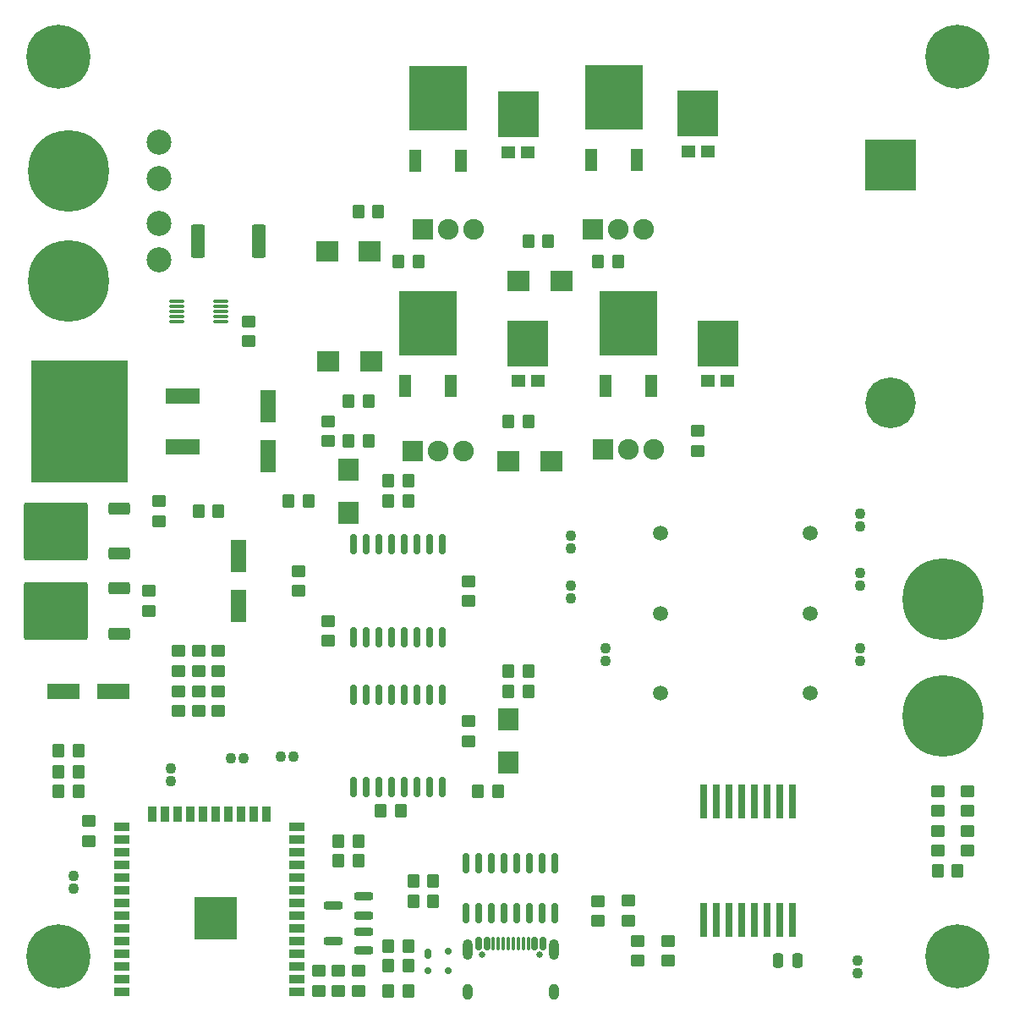
<source format=gbr>
%TF.GenerationSoftware,KiCad,Pcbnew,8.0.8*%
%TF.CreationDate,2025-02-03T11:31:11+01:00*%
%TF.ProjectId,H_bridge_PCB,485f6272-6964-4676-955f-5043422e6b69,rev?*%
%TF.SameCoordinates,Original*%
%TF.FileFunction,Soldermask,Top*%
%TF.FilePolarity,Negative*%
%FSLAX46Y46*%
G04 Gerber Fmt 4.6, Leading zero omitted, Abs format (unit mm)*
G04 Created by KiCad (PCBNEW 8.0.8) date 2025-02-03 11:31:11*
%MOMM*%
%LPD*%
G01*
G04 APERTURE LIST*
G04 Aperture macros list*
%AMRoundRect*
0 Rectangle with rounded corners*
0 $1 Rounding radius*
0 $2 $3 $4 $5 $6 $7 $8 $9 X,Y pos of 4 corners*
0 Add a 4 corners polygon primitive as box body*
4,1,4,$2,$3,$4,$5,$6,$7,$8,$9,$2,$3,0*
0 Add four circle primitives for the rounded corners*
1,1,$1+$1,$2,$3*
1,1,$1+$1,$4,$5*
1,1,$1+$1,$6,$7*
1,1,$1+$1,$8,$9*
0 Add four rect primitives between the rounded corners*
20,1,$1+$1,$2,$3,$4,$5,0*
20,1,$1+$1,$4,$5,$6,$7,0*
20,1,$1+$1,$6,$7,$8,$9,0*
20,1,$1+$1,$8,$9,$2,$3,0*%
G04 Aperture macros list end*
%ADD10R,1.200000X2.200000*%
%ADD11R,5.800000X6.400000*%
%ADD12R,2.070000X2.070000*%
%ADD13C,2.070000*%
%ADD14R,0.800000X3.360000*%
%ADD15R,3.500000X1.600000*%
%ADD16R,9.750000X12.200000*%
%ADD17R,1.450000X1.150000*%
%ADD18R,4.150000X4.650000*%
%ADD19C,1.500000*%
%ADD20C,1.100000*%
%ADD21C,2.500000*%
%ADD22RoundRect,0.250000X-0.350000X-0.450000X0.350000X-0.450000X0.350000X0.450000X-0.350000X0.450000X0*%
%ADD23RoundRect,0.075000X-0.650000X-0.075000X0.650000X-0.075000X0.650000X0.075000X-0.650000X0.075000X0*%
%ADD24RoundRect,0.250000X-0.450000X0.350000X-0.450000X-0.350000X0.450000X-0.350000X0.450000X0.350000X0*%
%ADD25RoundRect,0.250000X0.350000X0.450000X-0.350000X0.450000X-0.350000X-0.450000X0.350000X-0.450000X0*%
%ADD26C,8.115000*%
%ADD27RoundRect,0.250000X0.450000X-0.350000X0.450000X0.350000X-0.450000X0.350000X-0.450000X-0.350000X0*%
%ADD28C,6.400000*%
%ADD29C,0.650000*%
%ADD30RoundRect,0.150000X-0.150000X-0.500000X0.150000X-0.500000X0.150000X0.500000X-0.150000X0.500000X0*%
%ADD31RoundRect,0.075000X-0.075000X-0.575000X0.075000X-0.575000X0.075000X0.575000X-0.075000X0.575000X0*%
%ADD32O,1.000000X2.100000*%
%ADD33O,1.000000X1.600000*%
%ADD34R,5.070000X5.070000*%
%ADD35C,5.070000*%
%ADD36RoundRect,0.150000X-0.150000X0.875000X-0.150000X-0.875000X0.150000X-0.875000X0.150000X0.875000X0*%
%ADD37R,1.600000X3.200000*%
%ADD38R,1.500000X0.900000*%
%ADD39R,0.900000X1.500000*%
%ADD40C,0.600000*%
%ADD41R,4.200000X4.200000*%
%ADD42R,2.300000X2.150000*%
%ADD43RoundRect,0.150000X0.150000X-0.825000X0.150000X0.825000X-0.150000X0.825000X-0.150000X-0.825000X0*%
%ADD44RoundRect,0.200000X0.750000X0.200000X-0.750000X0.200000X-0.750000X-0.200000X0.750000X-0.200000X0*%
%ADD45RoundRect,0.250000X0.850000X0.350000X-0.850000X0.350000X-0.850000X-0.350000X0.850000X-0.350000X0*%
%ADD46RoundRect,0.249997X2.950003X2.650003X-2.950003X2.650003X-2.950003X-2.650003X2.950003X-2.650003X0*%
%ADD47RoundRect,0.250000X-0.250000X-0.475000X0.250000X-0.475000X0.250000X0.475000X-0.250000X0.475000X0*%
%ADD48R,3.200000X1.600000*%
%ADD49R,2.150000X2.300000*%
%ADD50RoundRect,0.249999X-0.450001X-1.425001X0.450001X-1.425001X0.450001X1.425001X-0.450001X1.425001X0*%
%ADD51RoundRect,0.175000X-0.175000X-0.325000X0.175000X-0.325000X0.175000X0.325000X-0.175000X0.325000X0*%
%ADD52RoundRect,0.150000X-0.200000X-0.150000X0.200000X-0.150000X0.200000X0.150000X-0.200000X0.150000X0*%
G04 APERTURE END LIST*
D10*
%TO.C,Q10*%
X108280000Y-64900000D03*
D11*
X110560000Y-58600000D03*
D10*
X112840000Y-64900000D03*
%TD*%
%TO.C,Q9*%
X109720000Y-87500000D03*
D11*
X112000000Y-81200000D03*
D10*
X114280000Y-87500000D03*
%TD*%
%TO.C,Q6*%
X89720000Y-87500000D03*
D11*
X92000000Y-81200000D03*
D10*
X94280000Y-87500000D03*
%TD*%
%TO.C,Q5*%
X90720000Y-64950000D03*
D11*
X93000000Y-58650000D03*
D10*
X95280000Y-64950000D03*
%TD*%
D12*
%TO.C,Q4*%
X109460000Y-93810000D03*
D13*
X112000000Y-93810000D03*
X114540000Y-93810000D03*
%TD*%
D12*
%TO.C,Q3*%
X108460000Y-71810000D03*
D13*
X111000000Y-71810000D03*
X113540000Y-71810000D03*
%TD*%
D12*
%TO.C,Q2*%
X90460000Y-94000000D03*
D13*
X93000000Y-94000000D03*
X95540000Y-94000000D03*
%TD*%
D12*
%TO.C,Q1*%
X91460000Y-71810000D03*
D13*
X94000000Y-71810000D03*
X96540000Y-71810000D03*
%TD*%
D14*
%TO.C,IC5*%
X128445000Y-129057000D03*
X127175000Y-129057000D03*
X125905000Y-129057000D03*
X124635000Y-129057000D03*
X123365000Y-129057000D03*
X122095000Y-129057000D03*
X120825000Y-129057000D03*
X119555000Y-129057000D03*
X119555000Y-140943000D03*
X120825000Y-140943000D03*
X122095000Y-140943000D03*
X123365000Y-140943000D03*
X124635000Y-140943000D03*
X125905000Y-140943000D03*
X127175000Y-140943000D03*
X128445000Y-140943000D03*
%TD*%
D15*
%TO.C,IC2*%
X67375000Y-88460000D03*
D16*
X57100000Y-91000000D03*
D15*
X67375000Y-93540000D03*
%TD*%
D17*
%TO.C,D5*%
X121970000Y-87000000D03*
X120000000Y-87000000D03*
D18*
X120985000Y-83250000D03*
%TD*%
D17*
%TO.C,D3*%
X119970000Y-64000000D03*
X118000000Y-64000000D03*
D18*
X118985000Y-60250000D03*
%TD*%
D17*
%TO.C,D2*%
X102970000Y-87000000D03*
X101000000Y-87000000D03*
D18*
X101985000Y-83250000D03*
%TD*%
D17*
%TO.C,D1*%
X101985000Y-64070000D03*
X100015000Y-64070000D03*
D18*
X101000000Y-60320000D03*
%TD*%
D19*
%TO.C,C16*%
X115250000Y-102250000D03*
X130250000Y-102250000D03*
%TD*%
%TO.C,C13*%
X115250000Y-110250000D03*
X130250000Y-110250000D03*
%TD*%
D20*
%TO.C,J11*%
X135250000Y-100230000D03*
X135250000Y-101500000D03*
%TD*%
%TO.C,J10*%
X106250000Y-103750000D03*
X106250000Y-102480000D03*
%TD*%
%TO.C,J9*%
X109750000Y-115000000D03*
X109750000Y-113730000D03*
%TD*%
%TO.C,J8*%
X135250000Y-113730000D03*
X135250000Y-115000000D03*
%TD*%
%TO.C,J7*%
X106250000Y-108750000D03*
X106250000Y-107480000D03*
%TD*%
%TO.C,J6*%
X135250000Y-106230000D03*
X135250000Y-107500000D03*
%TD*%
D19*
%TO.C,C22*%
X115250000Y-118250000D03*
X130250000Y-118250000D03*
%TD*%
D21*
%TO.C,U8*%
X65000000Y-74895000D03*
X65000000Y-71235000D03*
X65000000Y-66765000D03*
X65000000Y-63105000D03*
%TD*%
D22*
%TO.C,C4*%
X100000000Y-116000000D03*
X102000000Y-116000000D03*
%TD*%
D23*
%TO.C,U4*%
X66800000Y-79000000D03*
X66800000Y-79500000D03*
X66800000Y-80000000D03*
X66800000Y-80500000D03*
X66800000Y-81000000D03*
X71200000Y-81000000D03*
X71200000Y-80500000D03*
X71200000Y-80000000D03*
X71200000Y-79500000D03*
X71200000Y-79000000D03*
%TD*%
D24*
%TO.C,R39*%
X113000000Y-143000000D03*
X113000000Y-145000000D03*
%TD*%
%TO.C,C6*%
X96000000Y-107000000D03*
X96000000Y-109000000D03*
%TD*%
%TO.C,C10*%
X83000000Y-146000000D03*
X83000000Y-148000000D03*
%TD*%
D25*
%TO.C,R48*%
X85000000Y-133000000D03*
X83000000Y-133000000D03*
%TD*%
D26*
%TO.C,TP4*%
X143500000Y-120500000D03*
%TD*%
D25*
%TO.C,R5*%
X86000000Y-93000000D03*
X84000000Y-93000000D03*
%TD*%
D24*
%TO.C,R38*%
X116000000Y-143000000D03*
X116000000Y-145000000D03*
%TD*%
D22*
%TO.C,R40*%
X55000000Y-126050000D03*
X57000000Y-126050000D03*
%TD*%
%TO.C,R41*%
X55000000Y-128000000D03*
X57000000Y-128000000D03*
%TD*%
D20*
%TO.C,J5*%
X135000000Y-146270000D03*
X135000000Y-145000000D03*
%TD*%
D27*
%TO.C,R15*%
X146000000Y-130000000D03*
X146000000Y-128000000D03*
%TD*%
D24*
%TO.C,C17*%
X65000000Y-99000000D03*
X65000000Y-101000000D03*
%TD*%
D28*
%TO.C,REF\u002A\u002A*%
X145000000Y-144500000D03*
%TD*%
D24*
%TO.C,C12*%
X81000000Y-146000000D03*
X81000000Y-148000000D03*
%TD*%
D29*
%TO.C,P1*%
X97360000Y-144395000D03*
X103140000Y-144395000D03*
D30*
X97050000Y-143255000D03*
X97850000Y-143255000D03*
D31*
X99000000Y-143255000D03*
X100000000Y-143255000D03*
X100500000Y-143255000D03*
X101500000Y-143255000D03*
D30*
X102650000Y-143255000D03*
X103450000Y-143255000D03*
X103450000Y-143255000D03*
X102650000Y-143255000D03*
D31*
X102000000Y-143255000D03*
X101000000Y-143255000D03*
X99500000Y-143255000D03*
X98500000Y-143255000D03*
D30*
X97850000Y-143255000D03*
X97050000Y-143255000D03*
D32*
X95930000Y-143895000D03*
D33*
X95930000Y-148075000D03*
D32*
X104570000Y-143895000D03*
D33*
X104570000Y-148075000D03*
%TD*%
D25*
%TO.C,R8*%
X104000000Y-73000000D03*
X102000000Y-73000000D03*
%TD*%
D22*
%TO.C,C3*%
X88000000Y-99000000D03*
X90000000Y-99000000D03*
%TD*%
D28*
%TO.C,REF\u002A\u002A*%
X145000000Y-54500000D03*
%TD*%
D25*
%TO.C,R3*%
X86000000Y-89000000D03*
X84000000Y-89000000D03*
%TD*%
D24*
%TO.C,C26*%
X79000000Y-106000000D03*
X79000000Y-108000000D03*
%TD*%
%TO.C,C14*%
X82000000Y-111000000D03*
X82000000Y-113000000D03*
%TD*%
D27*
%TO.C,R6*%
X119000000Y-94000000D03*
X119000000Y-92000000D03*
%TD*%
D28*
%TO.C,REF\u002A\u002A*%
X55000000Y-144500000D03*
%TD*%
D34*
%TO.C,L1*%
X138250000Y-65350000D03*
D35*
X138250000Y-89150000D03*
%TD*%
D22*
%TO.C,R4*%
X89000000Y-75000000D03*
X91000000Y-75000000D03*
%TD*%
D27*
%TO.C,C18*%
X74000000Y-83000000D03*
X74000000Y-81000000D03*
%TD*%
%TO.C,R46*%
X109000000Y-141000000D03*
X109000000Y-139000000D03*
%TD*%
D36*
%TO.C,U2*%
X93445000Y-103350000D03*
X92175000Y-103350000D03*
X90905000Y-103350000D03*
X89635000Y-103350000D03*
X88365000Y-103350000D03*
X87095000Y-103350000D03*
X85825000Y-103350000D03*
X84555000Y-103350000D03*
X84555000Y-112650000D03*
X85825000Y-112650000D03*
X87095000Y-112650000D03*
X88365000Y-112650000D03*
X89635000Y-112650000D03*
X90905000Y-112650000D03*
X92175000Y-112650000D03*
X93445000Y-112650000D03*
%TD*%
D22*
%TO.C,R30*%
X88000000Y-143500000D03*
X90000000Y-143500000D03*
%TD*%
%TO.C,C11*%
X69000000Y-100000000D03*
X71000000Y-100000000D03*
%TD*%
%TO.C,C15*%
X87250000Y-130000000D03*
X89250000Y-130000000D03*
%TD*%
D25*
%TO.C,R2*%
X87000000Y-70000000D03*
X85000000Y-70000000D03*
%TD*%
D37*
%TO.C,C7*%
X73000000Y-104500000D03*
X73000000Y-109500000D03*
%TD*%
D22*
%TO.C,R7*%
X109000000Y-75000000D03*
X111000000Y-75000000D03*
%TD*%
D24*
%TO.C,R14*%
X58000000Y-131000000D03*
X58000000Y-133000000D03*
%TD*%
%TO.C,C25*%
X82000000Y-91000000D03*
X82000000Y-93000000D03*
%TD*%
D38*
%TO.C,U1*%
X78807500Y-148090000D03*
X78807500Y-146820000D03*
X78807500Y-145550000D03*
X78807500Y-144280000D03*
X78807500Y-143010000D03*
X78807500Y-141740000D03*
X78807500Y-140470000D03*
X78807500Y-139200000D03*
X78807500Y-137930000D03*
X78807500Y-136660000D03*
X78807500Y-135390000D03*
X78807500Y-134120000D03*
X78807500Y-132850000D03*
X78807500Y-131580000D03*
D39*
X75767500Y-130330000D03*
X74497500Y-130330000D03*
X73227500Y-130330000D03*
X71957500Y-130330000D03*
X70687500Y-130330000D03*
X69417500Y-130330000D03*
X68147500Y-130330000D03*
X66877500Y-130330000D03*
X65607500Y-130330000D03*
X64337500Y-130330000D03*
D38*
X61307500Y-131580000D03*
X61307500Y-132850000D03*
X61307500Y-134120000D03*
X61307500Y-135390000D03*
X61307500Y-136660000D03*
X61307500Y-137930000D03*
X61307500Y-139200000D03*
X61307500Y-140470000D03*
X61307500Y-141740000D03*
X61307500Y-143010000D03*
X61307500Y-144280000D03*
X61307500Y-145550000D03*
X61307500Y-146820000D03*
X61307500Y-148090000D03*
D40*
X72262500Y-141512500D03*
X72262500Y-139987500D03*
X71500000Y-142275000D03*
X71500000Y-140750000D03*
X71500000Y-139225000D03*
X70737500Y-141512500D03*
D41*
X70737500Y-140750000D03*
D40*
X70737500Y-139987500D03*
X69975000Y-142275000D03*
X69975000Y-140750000D03*
X69975000Y-139225000D03*
X69212500Y-141512500D03*
X69212500Y-139987500D03*
%TD*%
D27*
%TO.C,R47*%
X112000000Y-140950000D03*
X112000000Y-138950000D03*
%TD*%
D42*
%TO.C,D10*%
X101000000Y-77000000D03*
X105300000Y-77000000D03*
%TD*%
D43*
%TO.C,U7*%
X95805000Y-140220000D03*
X97075000Y-140220000D03*
X98345000Y-140220000D03*
X99615000Y-140220000D03*
X100885000Y-140220000D03*
X102155000Y-140220000D03*
X103425000Y-140220000D03*
X104695000Y-140220000D03*
X104695000Y-135270000D03*
X103425000Y-135270000D03*
X102155000Y-135270000D03*
X100885000Y-135270000D03*
X99615000Y-135270000D03*
X98345000Y-135270000D03*
X97075000Y-135270000D03*
X95805000Y-135270000D03*
%TD*%
D44*
%TO.C,Q8*%
X85500000Y-143950000D03*
X85500000Y-142050000D03*
X82500000Y-143000000D03*
%TD*%
D27*
%TO.C,LED2*%
X71000000Y-116000000D03*
X71000000Y-114000000D03*
%TD*%
D45*
%TO.C,U5*%
X61040000Y-112280000D03*
D46*
X54740000Y-110000000D03*
D45*
X61040000Y-107720000D03*
%TD*%
D27*
%TO.C,R29*%
X69000000Y-120000000D03*
X69000000Y-118000000D03*
%TD*%
D20*
%TO.C,J4*%
X66250000Y-125750000D03*
X66250000Y-127020000D03*
%TD*%
D27*
%TO.C,R28*%
X71000000Y-120000000D03*
X71000000Y-118000000D03*
%TD*%
%TO.C,R27*%
X67000000Y-120000000D03*
X67000000Y-118000000D03*
%TD*%
D44*
%TO.C,Q7*%
X85500000Y-140450000D03*
X85500000Y-138550000D03*
X82500000Y-139500000D03*
%TD*%
D27*
%TO.C,R16*%
X143000000Y-130000000D03*
X143000000Y-128000000D03*
%TD*%
%TO.C,LED3*%
X69000000Y-116000000D03*
X69000000Y-114000000D03*
%TD*%
D36*
%TO.C,U3*%
X93445000Y-118350000D03*
X92175000Y-118350000D03*
X90905000Y-118350000D03*
X89635000Y-118350000D03*
X88365000Y-118350000D03*
X87095000Y-118350000D03*
X85825000Y-118350000D03*
X84555000Y-118350000D03*
X84555000Y-127650000D03*
X85825000Y-127650000D03*
X87095000Y-127650000D03*
X88365000Y-127650000D03*
X89635000Y-127650000D03*
X90905000Y-127650000D03*
X92175000Y-127650000D03*
X93445000Y-127650000D03*
%TD*%
D20*
%TO.C,J1*%
X56500000Y-136500000D03*
X56500000Y-137770000D03*
%TD*%
D42*
%TO.C,D7*%
X100000000Y-95000000D03*
X104300000Y-95000000D03*
%TD*%
D25*
%TO.C,R9*%
X102000000Y-91000000D03*
X100000000Y-91000000D03*
%TD*%
%TO.C,R10*%
X99000000Y-128000000D03*
X97000000Y-128000000D03*
%TD*%
D22*
%TO.C,C9*%
X88000000Y-148000000D03*
X90000000Y-148000000D03*
%TD*%
D28*
%TO.C,REF\u002A\u002A*%
X55000000Y-54500000D03*
%TD*%
D26*
%TO.C,TP1*%
X56000000Y-66000000D03*
%TD*%
D22*
%TO.C,C27*%
X55000000Y-124000000D03*
X57000000Y-124000000D03*
%TD*%
D24*
%TO.C,C1*%
X96000000Y-121000000D03*
X96000000Y-123000000D03*
%TD*%
D20*
%TO.C,J2*%
X72230000Y-124750000D03*
X73500000Y-124750000D03*
%TD*%
D45*
%TO.C,U6*%
X61040000Y-104280000D03*
D46*
X54740000Y-102000000D03*
D45*
X61040000Y-99720000D03*
%TD*%
D25*
%TO.C,R31*%
X90000000Y-145500000D03*
X88000000Y-145500000D03*
%TD*%
D47*
%TO.C,C19*%
X127050000Y-145000000D03*
X128950000Y-145000000D03*
%TD*%
D22*
%TO.C,C2*%
X88000000Y-97000000D03*
X90000000Y-97000000D03*
%TD*%
D37*
%TO.C,C8*%
X76000000Y-89500000D03*
X76000000Y-94500000D03*
%TD*%
D48*
%TO.C,C23*%
X55500000Y-118000000D03*
X60500000Y-118000000D03*
%TD*%
D27*
%TO.C,R44*%
X143000000Y-134000000D03*
X143000000Y-132000000D03*
%TD*%
%TO.C,LED1*%
X67000000Y-116000000D03*
X67000000Y-114000000D03*
%TD*%
D26*
%TO.C,TP3*%
X143500000Y-108800000D03*
%TD*%
D25*
%TO.C,R24*%
X92500000Y-137000000D03*
X90500000Y-137000000D03*
%TD*%
D24*
%TO.C,R13*%
X85000000Y-146000000D03*
X85000000Y-148000000D03*
%TD*%
D49*
%TO.C,D6*%
X84000000Y-100150000D03*
X84000000Y-95850000D03*
%TD*%
D26*
%TO.C,TP2*%
X56000000Y-77000000D03*
%TD*%
D25*
%TO.C,R49*%
X85000000Y-135000000D03*
X83000000Y-135000000D03*
%TD*%
D22*
%TO.C,C5*%
X100000000Y-118000000D03*
X102000000Y-118000000D03*
%TD*%
D50*
%TO.C,R42*%
X68950000Y-73000000D03*
X75050000Y-73000000D03*
%TD*%
D25*
%TO.C,R1*%
X80000000Y-99000000D03*
X78000000Y-99000000D03*
%TD*%
D42*
%TO.C,D8*%
X81850000Y-74000000D03*
X86150000Y-74000000D03*
%TD*%
D27*
%TO.C,R43*%
X146000000Y-134000000D03*
X146000000Y-132000000D03*
%TD*%
D20*
%TO.C,J3*%
X78500000Y-124550000D03*
X77230000Y-124550000D03*
%TD*%
D49*
%TO.C,D11*%
X100000000Y-120850000D03*
X100000000Y-125150000D03*
%TD*%
D22*
%TO.C,R45*%
X143000000Y-136000000D03*
X145000000Y-136000000D03*
%TD*%
D25*
%TO.C,R23*%
X92500000Y-139000000D03*
X90500000Y-139000000D03*
%TD*%
D24*
%TO.C,C21*%
X64000000Y-108000000D03*
X64000000Y-110000000D03*
%TD*%
D42*
%TO.C,D9*%
X82000000Y-85000000D03*
X86300000Y-85000000D03*
%TD*%
D51*
%TO.C,D4*%
X92000000Y-144250000D03*
D52*
X92000000Y-145950000D03*
X94000000Y-145950000D03*
X94000000Y-144050000D03*
%TD*%
M02*

</source>
